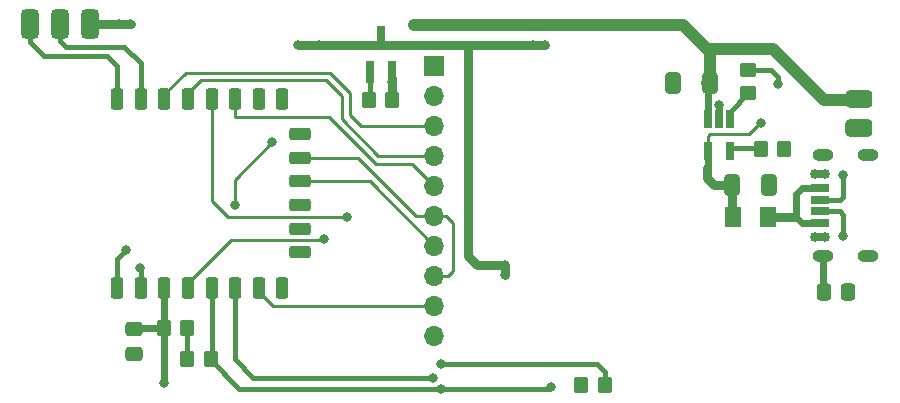
<source format=gtl>
G04 #@! TF.GenerationSoftware,KiCad,Pcbnew,6.99.0-unknown-58b8d63ff8~148~ubuntu20.04.1*
G04 #@! TF.CreationDate,2022-03-11T08:50:32+05:30*
G04 #@! TF.ProjectId,espc3-vario,65737063-332d-4766-9172-696f2e6b6963,rev?*
G04 #@! TF.SameCoordinates,Original*
G04 #@! TF.FileFunction,Copper,L1,Top*
G04 #@! TF.FilePolarity,Positive*
%FSLAX46Y46*%
G04 Gerber Fmt 4.6, Leading zero omitted, Abs format (unit mm)*
G04 Created by KiCad (PCBNEW 6.99.0-unknown-58b8d63ff8~148~ubuntu20.04.1) date 2022-03-11 08:50:32*
%MOMM*%
%LPD*%
G01*
G04 APERTURE LIST*
G04 Aperture macros list*
%AMRoundRect*
0 Rectangle with rounded corners*
0 $1 Rounding radius*
0 $2 $3 $4 $5 $6 $7 $8 $9 X,Y pos of 4 corners*
0 Add a 4 corners polygon primitive as box body*
4,1,4,$2,$3,$4,$5,$6,$7,$8,$9,$2,$3,0*
0 Add four circle primitives for the rounded corners*
1,1,$1+$1,$2,$3*
1,1,$1+$1,$4,$5*
1,1,$1+$1,$6,$7*
1,1,$1+$1,$8,$9*
0 Add four rect primitives between the rounded corners*
20,1,$1+$1,$2,$3,$4,$5,0*
20,1,$1+$1,$4,$5,$6,$7,0*
20,1,$1+$1,$6,$7,$8,$9,0*
20,1,$1+$1,$8,$9,$2,$3,0*%
G04 Aperture macros list end*
G04 #@! TA.AperFunction,SMDPad,CuDef*
%ADD10RoundRect,0.250001X0.462499X0.624999X-0.462499X0.624999X-0.462499X-0.624999X0.462499X-0.624999X0*%
G04 #@! TD*
G04 #@! TA.AperFunction,SMDPad,CuDef*
%ADD11RoundRect,0.250000X0.412500X0.650000X-0.412500X0.650000X-0.412500X-0.650000X0.412500X-0.650000X0*%
G04 #@! TD*
G04 #@! TA.AperFunction,SMDPad,CuDef*
%ADD12RoundRect,0.250000X-0.350000X-0.450000X0.350000X-0.450000X0.350000X0.450000X-0.350000X0.450000X0*%
G04 #@! TD*
G04 #@! TA.AperFunction,SMDPad,CuDef*
%ADD13RoundRect,0.250000X-0.337500X-0.475000X0.337500X-0.475000X0.337500X0.475000X-0.337500X0.475000X0*%
G04 #@! TD*
G04 #@! TA.AperFunction,SMDPad,CuDef*
%ADD14RoundRect,0.275000X0.275000X-0.625000X0.275000X0.625000X-0.275000X0.625000X-0.275000X-0.625000X0*%
G04 #@! TD*
G04 #@! TA.AperFunction,SMDPad,CuDef*
%ADD15RoundRect,0.275000X-0.625000X-0.275000X0.625000X-0.275000X0.625000X0.275000X-0.625000X0.275000X0*%
G04 #@! TD*
G04 #@! TA.AperFunction,SMDPad,CuDef*
%ADD16RoundRect,0.250000X0.350000X0.450000X-0.350000X0.450000X-0.350000X-0.450000X0.350000X-0.450000X0*%
G04 #@! TD*
G04 #@! TA.AperFunction,ComponentPad*
%ADD17R,1.700000X1.700000*%
G04 #@! TD*
G04 #@! TA.AperFunction,ComponentPad*
%ADD18O,1.700000X1.700000*%
G04 #@! TD*
G04 #@! TA.AperFunction,SMDPad,CuDef*
%ADD19RoundRect,0.250000X-0.475000X0.337500X-0.475000X-0.337500X0.475000X-0.337500X0.475000X0.337500X0*%
G04 #@! TD*
G04 #@! TA.AperFunction,SMDPad,CuDef*
%ADD20RoundRect,0.381000X0.762000X0.381000X-0.762000X0.381000X-0.762000X-0.381000X0.762000X-0.381000X0*%
G04 #@! TD*
G04 #@! TA.AperFunction,SMDPad,CuDef*
%ADD21R,0.650000X1.560000*%
G04 #@! TD*
G04 #@! TA.AperFunction,SMDPad,CuDef*
%ADD22R,1.500000X0.800000*%
G04 #@! TD*
G04 #@! TA.AperFunction,SMDPad,CuDef*
%ADD23R,1.500000X0.700000*%
G04 #@! TD*
G04 #@! TA.AperFunction,ComponentPad*
%ADD24O,1.800000X1.000000*%
G04 #@! TD*
G04 #@! TA.AperFunction,SMDPad,CuDef*
%ADD25RoundRect,0.375000X0.375000X-0.875000X0.375000X0.875000X-0.375000X0.875000X-0.375000X-0.875000X0*%
G04 #@! TD*
G04 #@! TA.AperFunction,SMDPad,CuDef*
%ADD26RoundRect,0.250000X-0.450000X0.350000X-0.450000X-0.350000X0.450000X-0.350000X0.450000X0.350000X0*%
G04 #@! TD*
G04 #@! TA.AperFunction,SMDPad,CuDef*
%ADD27R,0.800000X1.900000*%
G04 #@! TD*
G04 #@! TA.AperFunction,SMDPad,CuDef*
%ADD28RoundRect,0.250000X-0.412500X-0.650000X0.412500X-0.650000X0.412500X0.650000X-0.412500X0.650000X0*%
G04 #@! TD*
G04 #@! TA.AperFunction,ViaPad*
%ADD29C,0.800000*%
G04 #@! TD*
G04 #@! TA.AperFunction,Conductor*
%ADD30C,0.400000*%
G04 #@! TD*
G04 #@! TA.AperFunction,Conductor*
%ADD31C,0.250000*%
G04 #@! TD*
G04 #@! TA.AperFunction,Conductor*
%ADD32C,0.800000*%
G04 #@! TD*
G04 #@! TA.AperFunction,Conductor*
%ADD33C,0.600000*%
G04 #@! TD*
G04 #@! TA.AperFunction,Conductor*
%ADD34C,1.000000*%
G04 #@! TD*
G04 APERTURE END LIST*
D10*
X154137500Y-103950000D03*
X151162500Y-103950000D03*
D11*
X149212500Y-92650000D03*
X146087500Y-92650000D03*
D12*
X138350000Y-118150000D03*
X140350000Y-118150000D03*
D13*
X158862500Y-110350000D03*
X160937500Y-110350000D03*
D14*
X99050000Y-109950000D03*
X101050000Y-109950000D03*
X103050000Y-109950000D03*
X105050000Y-109950000D03*
X107050000Y-109950000D03*
X109050000Y-109950000D03*
X111050000Y-109950000D03*
X113050000Y-109950000D03*
D15*
X114550000Y-106950000D03*
X114550000Y-104950000D03*
X114550000Y-102950000D03*
X114550000Y-100950000D03*
X114550000Y-98950000D03*
X114550000Y-96950000D03*
D14*
X113050000Y-93950000D03*
X111050000Y-93950000D03*
X109050000Y-93950000D03*
X107050000Y-93950000D03*
X105050000Y-93950000D03*
X103050000Y-93950000D03*
X101050000Y-93950000D03*
X99050000Y-93950000D03*
D16*
X122350000Y-94100000D03*
X120350000Y-94100000D03*
X105000000Y-113400000D03*
X103000000Y-113400000D03*
D17*
X125899999Y-91189999D03*
D18*
X125899999Y-93729999D03*
X125899999Y-96269999D03*
X125899999Y-98809999D03*
X125899999Y-101349999D03*
X125899999Y-103889999D03*
X125899999Y-106429999D03*
X125899999Y-108969999D03*
X125899999Y-111509999D03*
X125899999Y-114049999D03*
D19*
X100500000Y-113462500D03*
X100500000Y-115537500D03*
D20*
X161850000Y-96400000D03*
X161850000Y-94000000D03*
D21*
X150949999Y-95649999D03*
X149999999Y-95649999D03*
X149049999Y-95649999D03*
X149049999Y-98349999D03*
X150949999Y-98349999D03*
D22*
X158599999Y-105699999D03*
D23*
X158599999Y-104499999D03*
X158599999Y-103499999D03*
X158599999Y-102499999D03*
X158599999Y-101499999D03*
D22*
X158599999Y-100299999D03*
D24*
X158799999Y-107299999D03*
X158799999Y-98699999D03*
X162599999Y-107299999D03*
X162599999Y-98699999D03*
D25*
X91700000Y-87600000D03*
X94240000Y-87600000D03*
X96780000Y-87600000D03*
D26*
X152500000Y-91500000D03*
X152500000Y-93500000D03*
D27*
X120449999Y-91699999D03*
X122349999Y-91699999D03*
X121399999Y-88699999D03*
D12*
X105000000Y-116000000D03*
X107000000Y-116000000D03*
D16*
X155550000Y-98200000D03*
X153550000Y-98200000D03*
D28*
X151137500Y-101250000D03*
X154262500Y-101250000D03*
D29*
X138200000Y-118150000D03*
X126500000Y-116400000D03*
X140450000Y-118150000D03*
X116150000Y-89400000D03*
X135250000Y-89400000D03*
X131850000Y-108000000D03*
X134300000Y-89400000D03*
X114350000Y-89400000D03*
X131850000Y-108850000D03*
X150000000Y-94500000D03*
X154450000Y-101650000D03*
X158950000Y-105700000D03*
X158950000Y-100300000D03*
X158150000Y-100300000D03*
X155650000Y-98250000D03*
X161400000Y-96150000D03*
X100150000Y-87600000D03*
X146250000Y-92250000D03*
X154050000Y-100850000D03*
X113050000Y-93450000D03*
X158150000Y-105700000D03*
X113050000Y-94350000D03*
X161050000Y-110350000D03*
X162400000Y-96650000D03*
X99200000Y-87600000D03*
X100500000Y-115500000D03*
X145900000Y-93100000D03*
X113050000Y-109500000D03*
X113050000Y-110400000D03*
X105050000Y-113300000D03*
X101000000Y-108300000D03*
X99800000Y-106750000D03*
X125300000Y-87700000D03*
X122350000Y-94150000D03*
X124100000Y-87700000D03*
X122350000Y-92550000D03*
X109000000Y-102950000D03*
X112200000Y-97650000D03*
X111100000Y-94000000D03*
X155000000Y-92700000D03*
X153550000Y-96000000D03*
X160550000Y-105550000D03*
X160500000Y-100400000D03*
X120400000Y-94100000D03*
X116600000Y-105850000D03*
X125793245Y-117568745D03*
X126500000Y-118500000D03*
X135800000Y-118400000D03*
X118550000Y-103950000D03*
X103050000Y-109900000D03*
X103000000Y-118000000D03*
D30*
X91700000Y-87600000D02*
X91700000Y-89150000D01*
X91700000Y-89150000D02*
X92850000Y-90300000D01*
X92850000Y-90300000D02*
X98200000Y-90300000D01*
X98200000Y-90300000D02*
X99050000Y-91150000D01*
X99050000Y-91150000D02*
X99050000Y-93950000D01*
X94240000Y-87600000D02*
X94240000Y-89040000D01*
X94750000Y-89550000D02*
X99650000Y-89550000D01*
X94240000Y-89040000D02*
X94750000Y-89550000D01*
X99650000Y-89550000D02*
X101050000Y-90950000D01*
X101050000Y-90950000D02*
X101050000Y-93950000D01*
X139700000Y-116400000D02*
X140400000Y-117100000D01*
X126500000Y-116400000D02*
X139700000Y-116400000D01*
X140400000Y-117100000D02*
X140400000Y-118100000D01*
D31*
X140400000Y-118100000D02*
X140350000Y-118150000D01*
D32*
X128750000Y-89400000D02*
X121537500Y-89400000D01*
X114350000Y-89400000D02*
X121537500Y-89400000D01*
X128750000Y-89400000D02*
X135250000Y-89400000D01*
X131850000Y-108000000D02*
X131850000Y-108850000D01*
X129500000Y-108000000D02*
X128750000Y-107250000D01*
X128750000Y-107250000D02*
X128750000Y-89400000D01*
X131850000Y-108000000D02*
X129500000Y-108000000D01*
D33*
X121537500Y-89400000D02*
X121400000Y-89262500D01*
X150000000Y-95862500D02*
X150000000Y-94500000D01*
D31*
X158950000Y-100300000D02*
X158150000Y-100300000D01*
D32*
X99200000Y-87600000D02*
X100200000Y-87600000D01*
X96780000Y-87600000D02*
X99200000Y-87600000D01*
D31*
X105050000Y-113300000D02*
X105000000Y-113350000D01*
D30*
X105000000Y-113350000D02*
X105000000Y-116000000D01*
X101050000Y-109950000D02*
X101050000Y-108350000D01*
X101050000Y-108350000D02*
X101000000Y-108300000D01*
X99800000Y-106750000D02*
X99050000Y-107500000D01*
X99050000Y-107500000D02*
X99050000Y-109950000D01*
D33*
X156500000Y-104000000D02*
X157000000Y-104500000D01*
X158100000Y-101500000D02*
X157000000Y-101500000D01*
X157000000Y-101500000D02*
X156500000Y-102000000D01*
X157000000Y-104500000D02*
X158100000Y-104500000D01*
D32*
X156450000Y-103950000D02*
X154137500Y-103950000D01*
D33*
X156500000Y-102000000D02*
X156500000Y-103500000D01*
X156500000Y-103500000D02*
X156500000Y-104000000D01*
D34*
X149012500Y-92650000D02*
X149250000Y-92412500D01*
X149012500Y-89762500D02*
X154612500Y-89762500D01*
X149250000Y-92412500D02*
X149250000Y-90000000D01*
X154612500Y-89762500D02*
X158900000Y-94050000D01*
X149012500Y-89762500D02*
X147000000Y-87750000D01*
D31*
X149050000Y-92837500D02*
X148862500Y-92650000D01*
D34*
X161800000Y-94050000D02*
X161850000Y-94000000D01*
X149250000Y-90000000D02*
X149012500Y-89762500D01*
D30*
X122350000Y-93550000D02*
X122350000Y-94150000D01*
D32*
X122350000Y-93650000D02*
X122350000Y-92550000D01*
D34*
X158900000Y-94050000D02*
X161800000Y-94050000D01*
D33*
X149050000Y-95862500D02*
X149050000Y-92837500D01*
D34*
X147000000Y-87700000D02*
X124150000Y-87700000D01*
X147000000Y-87750000D02*
X147000000Y-87700000D01*
D32*
X122350000Y-92550000D02*
X122350000Y-92200000D01*
D31*
X109000000Y-102950000D02*
X109000000Y-100850000D01*
X109000000Y-100850000D02*
X112200000Y-97650000D01*
D30*
X155000000Y-92700000D02*
X155000000Y-92100000D01*
X155000000Y-92100000D02*
X154400000Y-91500000D01*
X154400000Y-91500000D02*
X152500000Y-91500000D01*
D32*
X149550000Y-101250000D02*
X149050000Y-100750000D01*
D31*
X149250000Y-96950000D02*
X149050000Y-97150000D01*
D32*
X149050000Y-100750000D02*
X149000000Y-100700000D01*
D31*
X153500000Y-96000000D02*
X152550000Y-96950000D01*
X149050000Y-97150000D02*
X149050000Y-98137500D01*
D32*
X149000000Y-100700000D02*
X149000000Y-99800000D01*
D33*
X149050000Y-98350000D02*
X149050000Y-99750000D01*
D31*
X153550000Y-96000000D02*
X153500000Y-96000000D01*
D32*
X151137500Y-101250000D02*
X149550000Y-101250000D01*
D31*
X152550000Y-96950000D02*
X149250000Y-96950000D01*
X149050000Y-99750000D02*
X149000000Y-99800000D01*
D32*
X151137500Y-101250000D02*
X151137500Y-103937500D01*
D30*
X160550000Y-103800000D02*
X160550000Y-105550000D01*
X158600000Y-103500000D02*
X160250000Y-103500000D01*
X160250000Y-103500000D02*
X160550000Y-103800000D01*
X160250000Y-102500000D02*
X160500000Y-102250000D01*
X158600000Y-102500000D02*
X160250000Y-102500000D01*
X160500000Y-102250000D02*
X160500000Y-100400000D01*
X120450000Y-94050000D02*
X120450000Y-91137500D01*
X120400000Y-94100000D02*
X120450000Y-94050000D01*
D31*
X105050000Y-109550000D02*
X105050000Y-109950000D01*
X108700000Y-105900000D02*
X105050000Y-109550000D01*
X116600000Y-105850000D02*
X116550000Y-105900000D01*
X116550000Y-105900000D02*
X108700000Y-105900000D01*
X114550000Y-100950000D02*
X120420000Y-100950000D01*
X120420000Y-100950000D02*
X125900000Y-106430000D01*
D30*
X150950000Y-95050000D02*
X152500000Y-93500000D01*
X150950000Y-95862500D02*
X150950000Y-95050000D01*
X153487500Y-98137500D02*
X153550000Y-98200000D01*
X150950000Y-98137500D02*
X153487500Y-98137500D01*
D31*
X119670000Y-96270000D02*
X125900000Y-96270000D01*
X104850000Y-91750000D02*
X117050000Y-91750000D01*
X118750000Y-95350000D02*
X119670000Y-96270000D01*
X118750000Y-93450000D02*
X118750000Y-95350000D01*
X103050000Y-93550000D02*
X104850000Y-91750000D01*
X117050000Y-91750000D02*
X118750000Y-93450000D01*
X103050000Y-93950000D02*
X103050000Y-93550000D01*
X125900000Y-98810000D02*
X121174282Y-98810000D01*
X106150000Y-92400000D02*
X105050000Y-93500000D01*
X121174282Y-98810000D02*
X118050480Y-95686197D01*
X118050480Y-93686198D02*
X116764282Y-92400000D01*
X118050480Y-95686197D02*
X118050480Y-93686198D01*
X116764282Y-92400000D02*
X106150000Y-92400000D01*
X105050000Y-93500000D02*
X105050000Y-93950000D01*
X124050000Y-99500000D02*
X125900000Y-101350000D01*
X117000000Y-95500000D02*
X121000000Y-99500000D01*
X109050000Y-95500000D02*
X117000000Y-95500000D01*
X121000000Y-99500000D02*
X124050000Y-99500000D01*
X109050000Y-93950000D02*
X109050000Y-95500000D01*
X125900000Y-103890000D02*
X124390000Y-103890000D01*
X126890000Y-103890000D02*
X127500000Y-104500000D01*
X125900000Y-103890000D02*
X126890000Y-103890000D01*
X119450000Y-98950000D02*
X114550000Y-98950000D01*
X125900000Y-108970000D02*
X127030000Y-108970000D01*
X127500000Y-108500000D02*
X127500000Y-104500000D01*
X127030000Y-108970000D02*
X127500000Y-108500000D01*
X124390000Y-103890000D02*
X119450000Y-98950000D01*
X111050000Y-110300000D02*
X112260000Y-111510000D01*
X112260000Y-111510000D02*
X125900000Y-111510000D01*
X111050000Y-109950000D02*
X111050000Y-110300000D01*
X109000000Y-110000000D02*
X109050000Y-109950000D01*
D30*
X110568745Y-117568745D02*
X109000000Y-116000000D01*
X125793245Y-117568745D02*
X110568745Y-117568745D01*
X109000000Y-116000000D02*
X109000000Y-110000000D01*
X107050000Y-109950000D02*
X107050000Y-115950000D01*
X109400000Y-118500000D02*
X126500000Y-118500000D01*
D31*
X135700000Y-118500000D02*
X135800000Y-118400000D01*
X107050000Y-115950000D02*
X107000000Y-116000000D01*
D30*
X107000000Y-116100000D02*
X109400000Y-118500000D01*
X126500000Y-118500000D02*
X135700000Y-118500000D01*
D31*
X107000000Y-116000000D02*
X107000000Y-116100000D01*
X107050000Y-102600000D02*
X107050000Y-93950000D01*
X108400000Y-103950000D02*
X107050000Y-102600000D01*
X118550000Y-103950000D02*
X108400000Y-103950000D01*
D33*
X103050000Y-109950000D02*
X103050000Y-113350000D01*
X103000000Y-113400000D02*
X100562500Y-113400000D01*
D31*
X103050000Y-109900000D02*
X103050000Y-109950000D01*
D33*
X103050000Y-113350000D02*
X103000000Y-113400000D01*
X103000000Y-113400000D02*
X103000000Y-118000000D01*
X158800000Y-110287500D02*
X158862500Y-110350000D01*
X158800000Y-107300000D02*
X158800000Y-110287500D01*
M02*

</source>
